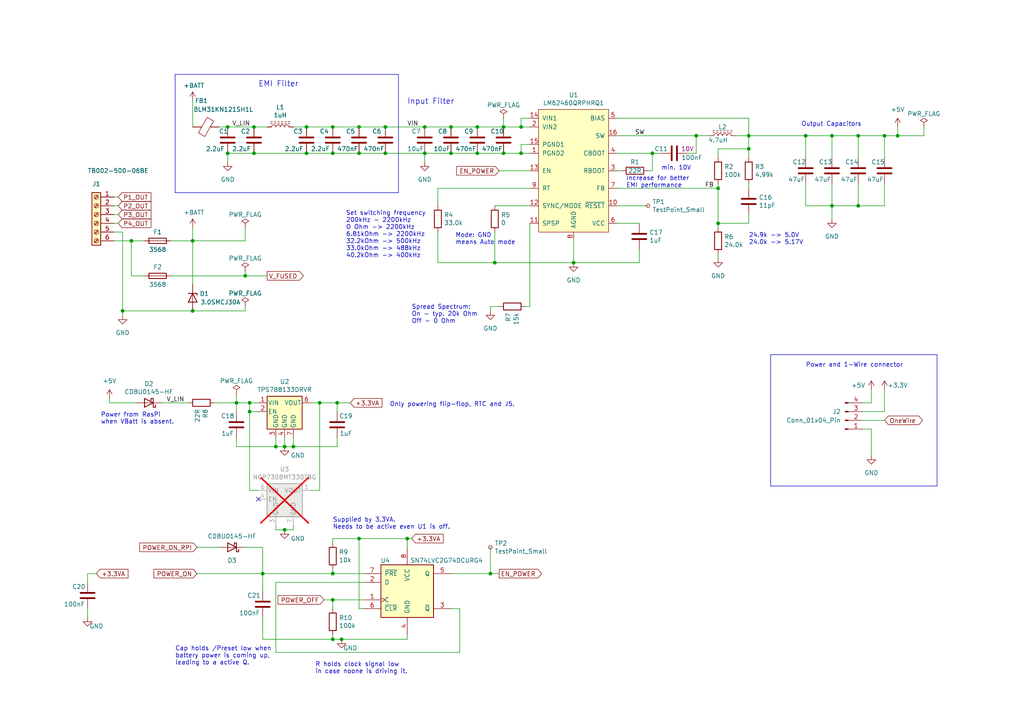
<source format=kicad_sch>
(kicad_sch (version 20231120) (generator "eeschema") (generator_version "8.0")
  (paper "A4")
  (title_block (date "2020-05-11") (rev "1.0") (company "Schilling Engineering"))
  (lib_symbols
    (symbol "+5V_1" (power) (pin_names (offset 0))
      (property "Value" "+5V_1" (at 0 3.556 0))
      (symbol "+5V_1_0_1"
        (polyline (pts (xy -0.762 1.27) (xy 0 2.54)))
        (polyline (pts (xy 0 0) (xy 0 2.54)))
        (polyline (pts (xy 0 2.54) (xy 0.762 1.27)))
      )
      (symbol "+5V_1_1_1"
        (pin power_in line (at 0 0 90) (length 0) hide (name "+5V") (number "1"))
      )
    )
    (symbol "+BATT_1" (power) (pin_names (offset 0))
      (property "Value" "+BATT_1" (at 0 3.556 0))
      (symbol "+BATT_1_0_1"
        (polyline (pts (xy -0.762 1.27) (xy 0 2.54)))
        (polyline (pts (xy 0 0) (xy 0 2.54)))
        (polyline (pts (xy 0 2.54) (xy 0.762 1.27)))
      )
      (symbol "+BATT_1_1_1"
        (pin power_in line (at 0 0 90) (length 0) hide (name "+BATT") (number "1"))
      )
    )
    (symbol "74xGxx:74LVC2G74" (pin_names (offset 1.016))
      (property "Reference" "U" (at -5.08 10.16 0))
      (property "Value" "74LVC2G74" (at 10.16 -10.16 0))
      (symbol "74LVC2G74_0_1"
        (rectangle (start -7.62 7.62) (end 7.62 -7.62) (stroke (width 0.254)) (fill (type background)))
      )
      (symbol "74LVC2G74_1_1"
        (pin input clock (at -12.7 -2.54 0) (length 5.08) (name "C") (number "1"))
        (pin input line (at -12.7 2.54 0) (length 5.08) (name "D") (number "2"))
        (pin output line (at 12.7 -5.08 180) (length 5.08) (name "~{Q}") (number "3"))
        (pin power_in line (at 0 -12.7 90) (length 5.08) (name "GND") (number "4"))
        (pin output line (at 12.7 5.08 180) (length 5.08) (name "Q") (number "5"))
        (pin input line (at -12.7 -5.08 0) (length 5.08) (name "~{CLR}") (number "6"))
        (pin input line (at -12.7 5.08 0) (length 5.08) (name "~{PRE}") (number "7"))
        (pin power_in line (at 0 12.7 270) (length 5.08) (name "VCC") (number "8"))
      )
    )
    (symbol "Connector:Conn_01x04_Pin" (pin_names (offset 1.016) hide)
      (property "Reference" "J" (at 0 5.08 0))
      (property "Value" "Conn_01x04_Pin" (at 0 -7.62 0))
      (symbol "Conn_01x04_Pin_1_1"
        (polyline (pts (xy 1.27 -5.08) (xy 0.8636 -5.08)) (stroke (width 0.1524)))
        (polyline (pts (xy 1.27 -2.54) (xy 0.8636 -2.54)) (stroke (width 0.1524)))
        (polyline (pts (xy 1.27 0) (xy 0.8636 0)) (stroke (width 0.1524)))
        (polyline (pts (xy 1.27 2.54) (xy 0.8636 2.54)) (stroke (width 0.1524)))
        (rectangle (start 0.8636 -4.953) (end 0 -5.207) (stroke (width 0.1524)) (fill (type outline)))
        (rectangle (start 0.8636 -2.413) (end 0 -2.667) (stroke (width 0.1524)) (fill (type outline)))
        (rectangle (start 0.8636 0.127) (end 0 -0.127) (stroke (width 0.1524)) (fill (type outline)))
        (rectangle (start 0.8636 2.667) (end 0 2.413) (stroke (width 0.1524)) (fill (type outline)))
        (pin passive line (at 5.08 2.54 180) (length 3.81) (name "Pin_1") (number "1"))
        (pin passive line (at 5.08 0 180) (length 3.81) (name "Pin_2") (number "2"))
        (pin passive line (at 5.08 -2.54 180) (length 3.81) (name "Pin_3") (number "3"))
        (pin passive line (at 5.08 -5.08 180) (length 3.81) (name "Pin_4") (number "4"))
      )
    )
    (symbol "Connector:Screw_Terminal_01x06" (pin_names (offset 1.016) hide)
      (property "Reference" "J" (at 0 7.62 0))
      (property "Value" "Screw_Terminal_01x06" (at 0 -10.16 0))
      (symbol "Screw_Terminal_01x06_1_1"
        (rectangle (start -1.27 6.35) (end 1.27 -8.89) (stroke (width 0.254)) (fill (type background)))
        (circle (center 0 -7.62) (radius 0.635) (stroke (width 0.1524)))
        (circle (center 0 -5.08) (radius 0.635) (stroke (width 0.1524)))
        (circle (center 0 -2.54) (radius 0.635) (stroke (width 0.1524)))
        (polyline (pts (xy -0.5334 -7.2898) (xy 0.3302 -8.128)) (stroke (width 0.1524)))
        (polyline (pts (xy -0.5334 -4.7498) (xy 0.3302 -5.588)) (stroke (width 0.1524)))
        (polyline (pts (xy -0.5334 -2.2098) (xy 0.3302 -3.048)) (stroke (width 0.1524)))
        (polyline (pts (xy -0.5334 0.3302) (xy 0.3302 -0.508)) (stroke (width 0.1524)))
        (polyline (pts (xy -0.5334 2.8702) (xy 0.3302 2.032)) (stroke (width 0.1524)))
        (polyline (pts (xy -0.5334 5.4102) (xy 0.3302 4.572)) (stroke (width 0.1524)))
        (polyline (pts (xy -0.3556 -7.112) (xy 0.508 -7.9502)) (stroke (width 0.1524)))
        (polyline (pts (xy -0.3556 -4.572) (xy 0.508 -5.4102)) (stroke (width 0.1524)))
        (polyline (pts (xy -0.3556 -2.032) (xy 0.508 -2.8702)) (stroke (width 0.1524)))
        (polyline (pts (xy -0.3556 0.508) (xy 0.508 -0.3302)) (stroke (width 0.1524)))
        (polyline (pts (xy -0.3556 3.048) (xy 0.508 2.2098)) (stroke (width 0.1524)))
        (polyline (pts (xy -0.3556 5.588) (xy 0.508 4.7498)) (stroke (width 0.1524)))
        (circle (center 0 0) (radius 0.635) (stroke (width 0.1524)))
        (circle (center 0 2.54) (radius 0.635) (stroke (width 0.1524)))
        (circle (center 0 5.08) (radius 0.635) (stroke (width 0.1524)))
        (pin passive line (at -5.08 5.08 0) (length 3.81) (name "Pin_1") (number "1"))
        (pin passive line (at -5.08 2.54 0) (length 3.81) (name "Pin_2") (number "2"))
        (pin passive line (at -5.08 0 0) (length 3.81) (name "Pin_3") (number "3"))
        (pin passive line (at -5.08 -2.54 0) (length 3.81) (name "Pin_4") (number "4"))
        (pin passive line (at -5.08 -5.08 0) (length 3.81) (name "Pin_5") (number "5"))
        (pin passive line (at -5.08 -7.62 0) (length 3.81) (name "Pin_6") (number "6"))
      )
    )
    (symbol "Connector:TestPoint_Small" (pin_numbers hide) (pin_names (offset 0.762) hide)
      (property "Reference" "TP" (at 0 3.81 0))
      (property "Value" "TestPoint_Small" (at 0 2.032 0))
      (symbol "TestPoint_Small_0_1"
        (circle (center 0 0) (radius 0.508))
      )
      (symbol "TestPoint_Small_1_1"
        (pin passive line (at 0 0 90) (length 0) (name "1") (number "1"))
      )
    )
    (symbol "Device:C" (pin_numbers hide) (pin_names (offset 0.254))
      (property "Reference" "C" (at 0.635 2.54 0))
      (property "Value" "C" (at 0.635 -2.54 0))
      (symbol "C_0_1"
        (polyline (pts (xy -2.032 -0.762) (xy 2.032 -0.762)) (stroke (width 0.508)))
        (polyline (pts (xy -2.032 0.762) (xy 2.032 0.762)) (stroke (width 0.508)))
      )
      (symbol "C_1_1"
        (pin passive line (at 0 3.81 270) (length 2.794) (name "~") (number "1"))
        (pin passive line (at 0 -3.81 90) (length 2.794) (name "~") (number "2"))
      )
    )
    (symbol "Device:D_Zener" (pin_numbers hide) (pin_names (offset 1.016) hide)
      (property "Reference" "D" (at 0 2.54 0))
      (property "Value" "D_Zener" (at 0 -2.54 0))
      (symbol "D_Zener_0_1"
        (polyline (pts (xy 1.27 0) (xy -1.27 0)))
        (polyline (pts (xy -1.27 -1.27) (xy -1.27 1.27) (xy -0.762 1.27)) (stroke (width 0.254)))
        (polyline (pts (xy 1.27 -1.27) (xy 1.27 1.27) (xy -1.27 0) (xy 1.27 -1.27)) (stroke (width 0.254)))
      )
      (symbol "D_Zener_1_1"
        (pin passive line (at -3.81 0 0) (length 2.54) (name "K") (number "1"))
        (pin passive line (at 3.81 0 180) (length 2.54) (name "A") (number "2"))
      )
    )
    (symbol "Device:Fuse" (pin_numbers hide) (pin_names (offset 0))
      (property "Reference" "F" (at 2.032 0 90))
      (property "Value" "Fuse" (at -1.905 0 90))
      (symbol "Fuse_0_1"
        (rectangle (start -0.762 -2.54) (end 0.762 2.54) (stroke (width 0.254)))
        (polyline (pts (xy 0 2.54) (xy 0 -2.54)))
      )
      (symbol "Fuse_1_1"
        (pin passive line (at 0 3.81 270) (length 1.27) (name "~") (number "1"))
        (pin passive line (at 0 -3.81 90) (length 1.27) (name "~") (number "2"))
      )
    )
    (symbol "Device:R" (pin_numbers hide) (pin_names (offset 0))
      (property "Reference" "R" (at 2.032 0 90))
      (property "Value" "R" (at 0 0 90))
      (symbol "R_0_1"
        (rectangle (start -1.016 -2.54) (end 1.016 2.54) (stroke (width 0.254)))
      )
      (symbol "R_1_1"
        (pin passive line (at 0 3.81 270) (length 1.27) (name "~") (number "1"))
        (pin passive line (at 0 -3.81 90) (length 1.27) (name "~") (number "2"))
      )
    )
    (symbol "Diode:1N6263" (pin_numbers hide) (pin_names (offset 1.016) hide)
      (property "Reference" "D" (at 0 2.54 0))
      (property "Value" "1N6263" (at 0 -2.54 0))
      (symbol "1N6263_0_1"
        (polyline (pts (xy 1.27 0) (xy -1.27 0)))
        (polyline (pts (xy 1.27 1.27) (xy 1.27 -1.27) (xy -1.27 0) (xy 1.27 1.27)) (stroke (width 0.254)))
        (polyline (pts (xy -1.905 0.635) (xy -1.905 1.27) (xy -1.27 1.27) (xy -1.27 -1.27) (xy -0.635 -1.27) (xy -0.635 -0.635)) (stroke (width 0.254)))
      )
      (symbol "1N6263_1_1"
        (pin passive line (at -3.81 0 0) (length 2.54) (name "K") (number "1"))
        (pin passive line (at 3.81 0 180) (length 2.54) (name "A") (number "2"))
      )
    )
    (symbol "GND_1" (power) (pin_names (offset 0))
      (property "Value" "GND_1" (at 0 -3.81 0))
      (symbol "GND_1_0_1"
        (polyline (pts (xy 0 0) (xy 0 -1.27) (xy 1.27 -1.27) (xy 0 -2.54) (xy -1.27 -1.27) (xy 0 -1.27)))
      )
      (symbol "GND_1_1_1"
        (pin power_in line (at 0 0 270) (length 0) hide (name "GND") (number "1"))
      )
    )
    (symbol "L_Core_Ferrite-Device_1" (pin_numbers hide) (pin_names (offset 1.016) hide)
      (property "Reference" "L" (at -1.27 0 90))
      (property "Value" "L_Core_Ferrite-Device" (at 2.794 0 90))
      (symbol "L_Core_Ferrite-Device_1_0_1"
        (arc (start 0 -2.54) (mid 0.6323 -1.905) (end 0 -1.27))
        (arc (start 0 -1.27) (mid 0.6323 -0.635) (end 0 0))
        (polyline (pts (xy 1.016 -2.794) (xy 1.016 -2.286)))
        (polyline (pts (xy 1.016 -1.778) (xy 1.016 -1.27)))
        (polyline (pts (xy 1.016 -0.762) (xy 1.016 -0.254)))
        (polyline (pts (xy 1.016 0.254) (xy 1.016 0.762)))
        (polyline (pts (xy 1.016 1.27) (xy 1.016 1.778)))
        (polyline (pts (xy 1.016 2.286) (xy 1.016 2.794)))
        (polyline (pts (xy 1.524 -2.286) (xy 1.524 -2.794)))
        (polyline (pts (xy 1.524 -1.27) (xy 1.524 -1.778)))
        (polyline (pts (xy 1.524 -0.254) (xy 1.524 -0.762)))
        (polyline (pts (xy 1.524 0.762) (xy 1.524 0.254)))
        (polyline (pts (xy 1.524 1.778) (xy 1.524 1.27)))
        (polyline (pts (xy 1.524 2.794) (xy 1.524 2.286)))
        (arc (start 0 0) (mid 0.6323 0.635) (end 0 1.27))
        (arc (start 0 1.27) (mid 0.6323 1.905) (end 0 2.54))
      )
      (symbol "L_Core_Ferrite-Device_1_1_1"
        (pin passive line (at 0 3.81 270) (length 1.27) (name "1") (number "1"))
        (pin passive line (at 0 -3.81 90) (length 1.27) (name "2") (number "2"))
      )
    )
    (symbol "NavHAT-rescue:Ferrite_Bead-Device" (pin_numbers hide) (pin_names (offset 0))
      (property "Reference" "FB" (at -3.81 0.635 90))
      (property "Value" "Ferrite_Bead-Device" (at 3.81 0 90))
      (symbol "Ferrite_Bead-Device_0_1"
        (polyline (pts (xy 0 -1.27) (xy 0 -1.2192)))
        (polyline (pts (xy 0 1.27) (xy 0 1.2954)))
        (polyline (pts (xy -2.7686 0.4064) (xy -1.7018 2.2606) (xy 2.7686 -0.3048) (xy 1.6764 -2.159) (xy -2.7686 0.4064)))
      )
      (symbol "Ferrite_Bead-Device_1_1"
        (pin passive line (at 0 3.81 270) (length 2.54) (name "~") (number "1"))
        (pin passive line (at 0 -3.81 90) (length 2.54) (name "~") (number "2"))
      )
    )
    (symbol "NavHAT-rescue:L_Core_Ferrite-Device" (pin_numbers hide) (pin_names (offset 1.016) hide)
      (property "Reference" "L" (at -1.27 0 90))
      (property "Value" "L_Core_Ferrite-Device" (at 2.794 0 90))
      (symbol "L_Core_Ferrite-Device_0_1"
        (arc (start 0 -2.54) (mid 0.6323 -1.905) (end 0 -1.27))
        (arc (start 0 -1.27) (mid 0.6323 -0.635) (end 0 0))
        (polyline (pts (xy 1.016 -2.794) (xy 1.016 -2.286)))
        (polyline (pts (xy 1.016 -1.778) (xy 1.016 -1.27)))
        (polyline (pts (xy 1.016 -0.762) (xy 1.016 -0.254)))
        (polyline (pts (xy 1.016 0.254) (xy 1.016 0.762)))
        (polyline (pts (xy 1.016 1.27) (xy 1.016 1.778)))
        (polyline (pts (xy 1.016 2.286) (xy 1.016 2.794)))
        (polyline (pts (xy 1.524 -2.286) (xy 1.524 -2.794)))
        (polyline (pts (xy 1.524 -1.27) (xy 1.524 -1.778)))
        (polyline (pts (xy 1.524 -0.254) (xy 1.524 -0.762)))
        (polyline (pts (xy 1.524 0.762) (xy 1.524 0.254)))
        (polyline (pts (xy 1.524 1.778) (xy 1.524 1.27)))
        (polyline (pts (xy 1.524 2.794) (xy 1.524 2.286)))
        (arc (start 0 0) (mid 0.6323 0.635) (end 0 1.27))
        (arc (start 0 1.27) (mid 0.6323 1.905) (end 0 2.54))
      )
      (symbol "L_Core_Ferrite-Device_1_1"
        (pin passive line (at 0 3.81 270) (length 1.27) (name "1") (number "1"))
        (pin passive line (at 0 -3.81 90) (length 1.27) (name "2") (number "2"))
      )
    )
    (symbol "NavHAT-rescue:NCP730BMT330TBG" (pin_names (offset 0.254))
      (property "Reference" "U" (at -3.81 5.715 0))
      (property "Value" "NCP730BMT330TBG" (at 0 5.715 0))
      (symbol "NCP730BMT330TBG_0_1"
        (rectangle (start -5.08 4.445) (end 5.08 -5.08) (stroke (width 0.254)) (fill (type background)))
      )
      (symbol "NCP730BMT330TBG_1_1"
        (pin power_out line (at 7.62 2.54 180) (length 2.54) (name "VOUT") (number "1"))
        (pin no_connect line (at 7.62 -2.54 180) (length 2.54) hide (name "NC") (number "2"))
        (pin power_in line (at -2.54 -7.62 90) (length 2.54) (name "GND") (number "3"))
        (pin input line (at -7.62 0 0) (length 2.54) (name "EN") (number "4"))
        (pin no_connect line (at 7.62 0 180) (length 2.54) hide (name "NC") (number "5"))
        (pin power_in line (at -7.62 2.54 0) (length 2.54) (name "VIN") (number "6"))
        (pin power_in line (at 2.54 -7.62 90) (length 2.54) (name "GND") (number "7"))
      )
    )
    (symbol "NavHAT-rescue:TPS7B81" (pin_names (offset 0.254))
      (property "Reference" "U" (at -3.81 5.715 0))
      (property "Value" "TPS7B81" (at 0 5.715 0))
      (symbol "TPS7B81_0_1"
        (rectangle (start -5.08 4.445) (end 5.08 -5.08) (stroke (width 0.254)) (fill (type background)))
      )
      (symbol "TPS7B81_1_1"
        (pin power_in line (at -7.62 2.54 0) (length 2.54) (name "VIN") (number "1"))
        (pin input line (at -7.62 0 0) (length 2.54) (name "EN") (number "2"))
        (pin power_in line (at -2.54 -7.62 90) (length 2.54) (name "GND") (number "3"))
        (pin power_in line (at 0 -7.62 90) (length 2.54) (name "GND") (number "4"))
        (pin no_connect line (at 7.62 0 180) (length 2.54) hide (name "NC") (number "5"))
        (pin power_out line (at 7.62 2.54 180) (length 2.54) (name "VOUT") (number "6"))
        (pin power_in line (at 2.54 -7.62 90) (length 2.54) (name "GND") (number "7"))
      )
    )
    (symbol "lm61460:LM62460" (pin_names (offset 1.016))
      (property "Reference" "U" (at -8.89 19.05 0))
      (property "Value" "LM62460" (at 5.08 19.05 0))
      (symbol "LM62460_0_1"
        (rectangle (start -10.16 17.78) (end 10.16 -17.78) (fill (type background)))
      )
      (symbol "LM62460_1_1"
        (pin power_in line (at -12.7 5.08 0) (length 2.54) (name "PGND2") (number "1"))
        (pin open_collector line (at 12.7 -10.16 180) (length 2.54) (name "~{RESET}") (number "10"))
        (pin input line (at -12.7 -15.24 0) (length 2.54) (name "SPSP") (number "11"))
        (pin input line (at -12.7 -10.16 0) (length 2.54) (name "SYNC/MODE") (number "12"))
        (pin input line (at -12.7 0 0) (length 2.54) (name "EN") (number "13"))
        (pin power_in line (at -12.7 15.24 0) (length 2.54) (name "VIN1") (number "14"))
        (pin power_in line (at -12.7 7.62 0) (length 2.54) (name "PGND1") (number "15"))
        (pin output line (at 12.7 10.16 180) (length 2.54) (name "SW") (number "16"))
        (pin power_in line (at -12.7 12.7 0) (length 2.54) (name "VIN2") (number "2"))
        (pin bidirectional line (at 12.7 0 180) (length 2.54) (name "RBOOT") (number "3"))
        (pin bidirectional line (at 12.7 5.08 180) (length 2.54) (name "CBOOT") (number "4"))
        (pin power_in line (at 12.7 15.24 180) (length 2.54) (name "BIAS") (number "5"))
        (pin power_out line (at 12.7 -15.24 180) (length 2.54) (name "VCC") (number "6"))
        (pin input line (at 12.7 -5.08 180) (length 2.54) (name "FB") (number "7"))
        (pin power_in line (at 0 -20.32 90) (length 2.54) (name "AGND") (number "8"))
        (pin input line (at -12.7 -5.08 0) (length 2.54) (name "RT") (number "9"))
      )
    )
    (symbol "power:+3.3V" (power) (pin_names (offset 0))
      (property "Value" "+3.3V" (at 0 3.556 0))
      (symbol "+3.3V_0_1"
        (polyline (pts (xy -0.762 1.27) (xy 0 2.54)))
        (polyline (pts (xy 0 0) (xy 0 2.54)))
        (polyline (pts (xy 0 2.54) (xy 0.762 1.27)))
      )
      (symbol "+3.3V_1_1"
        (pin power_in line (at 0 0 90) (length 0) hide (name "+3.3V") (number "1"))
      )
    )
    (symbol "power:+BATT" (power) (pin_names (offset 0))
      (property "Value" "+BATT" (at 0 3.556 0))
      (symbol "+BATT_0_1"
        (polyline (pts (xy -0.762 1.27) (xy 0 2.54)))
        (polyline (pts (xy 0 0) (xy 0 2.54)))
        (polyline (pts (xy 0 2.54) (xy 0.762 1.27)))
      )
      (symbol "+BATT_1_1"
        (pin power_in line (at 0 0 90) (length 0) hide (name "+BATT") (number "1"))
      )
    )
    (symbol "power:PWR_FLAG" (power) (pin_numbers hide) (pin_names (offset 0) hide)
      (property "Value" "PWR_FLAG" (at 0 3.81 0))
      (symbol "PWR_FLAG_0_0"
        (pin power_out line (at 0 0 90) (length 0) (name "pwr") (number "1"))
      )
      (symbol "PWR_FLAG_0_1"
        (polyline (pts (xy 0 0) (xy 0 1.27) (xy -1.016 1.905) (xy 0 2.54) (xy 1.016 1.905) (xy 0 1.27)))
      )
    )
  )
  (junction (at 96.52 44.45))
  (junction (at 73.66 44.45))
  (junction (at 76.2 166.37))
  (junction (at 99.06 185.42))
  (junction (at 104.14 44.45))
  (junction (at 96.52 185.42))
  (junction (at 123.19 36.83))
  (junction (at 72.39 119.38))
  (junction (at 201.93 39.37))
  (junction (at 151.13 36.83))
  (junction (at 143.51 76.2))
  (junction (at 66.04 36.83))
  (junction (at 118.11 156.21))
  (junction (at 38.1 69.85))
  (junction (at 146.05 36.83))
  (junction (at 66.04 44.45))
  (junction (at 96.52 166.37))
  (junction (at 80.01 129.54))
  (junction (at 189.23 44.45))
  (junction (at 217.17 43.18))
  (junction (at 55.88 69.85))
  (junction (at 97.79 116.84))
  (junction (at 111.76 36.83))
  (junction (at 72.39 116.84))
  (junction (at 68.58 116.84))
  (junction (at 71.12 80.01))
  (junction (at 85.09 129.54))
  (junction (at 248.92 59.69))
  (junction (at 208.28 64.77))
  (junction (at 73.66 36.83))
  (junction (at 130.81 44.45))
  (junction (at 88.9 36.83))
  (junction (at 138.43 36.83))
  (junction (at 142.24 166.37))
  (junction (at 241.3 39.37))
  (junction (at 104.14 156.21))
  (junction (at 151.13 44.45))
  (junction (at 256.54 39.37))
  (junction (at 35.56 90.17))
  (junction (at 92.71 116.84))
  (junction (at 96.52 36.83))
  (junction (at 208.28 54.61))
  (junction (at 138.43 44.45))
  (junction (at 104.14 36.83))
  (junction (at 82.55 129.54))
  (junction (at 88.9 44.45))
  (junction (at 241.3 59.69))
  (junction (at 55.88 90.17))
  (junction (at 260.35 39.37))
  (junction (at 248.92 39.37))
  (junction (at 82.55 153.67))
  (junction (at 123.19 44.45))
  (junction (at 166.37 76.2))
  (junction (at 111.76 44.45))
  (junction (at 96.52 173.99))
  (junction (at 130.81 36.83))
  (junction (at 146.05 44.45))
  (junction (at 233.68 39.37))
  (junction (at 217.17 39.37))
  (no_connect (at 74.93 144.78))
  (wire (pts (xy 256.54 45.72) (xy 256.54 39.37)))
  (wire (pts (xy 88.9 36.83) (xy 96.52 36.83)))
  (wire (pts (xy 68.58 129.54) (xy 80.01 129.54)))
  (wire (pts (xy 217.17 39.37) (xy 217.17 43.18)))
  (wire (pts (xy 143.51 76.2) (xy 127 76.2)))
  (wire (pts (xy 143.51 67.31) (xy 143.51 76.2)))
  (wire (pts (xy 248.92 39.37) (xy 248.92 45.72)))
  (wire (pts (xy 55.88 29.21) (xy 55.88 36.83)))
  (wire (pts (xy 267.97 36.83) (xy 267.97 39.37)))
  (wire (pts (xy 250.19 116.84) (xy 252.73 116.84)))
  (wire (pts (xy 92.71 116.84) (xy 92.71 142.24)))
  (wire (pts (xy 138.43 36.83) (xy 146.05 36.83)))
  (wire (pts (xy 241.3 59.69) (xy 241.3 53.34)))
  (wire (pts (xy 72.39 142.24) (xy 74.93 142.24)))
  (wire (pts (xy 72.39 116.84) (xy 72.39 119.38)))
  (wire (pts (xy 33.02 64.77) (xy 34.29 64.77)))
  (wire (pts (xy 217.17 39.37) (xy 233.68 39.37)))
  (wire (pts (xy 143.51 59.69) (xy 153.67 59.69)))
  (wire (pts (xy 97.79 129.54) (xy 85.09 129.54)))
  (wire (pts (xy 201.93 44.45) (xy 201.93 39.37)))
  (wire (pts (xy 76.2 166.37) (xy 96.52 166.37)))
  (wire (pts (xy 66.04 46.99) (xy 66.04 44.45)))
  (wire (pts (xy 96.52 176.53) (xy 96.52 173.99)))
  (wire (pts (xy 233.68 53.34) (xy 233.68 59.69)))
  (wire (pts (xy 248.92 59.69) (xy 241.3 59.69)))
  (wire (pts (xy 73.66 36.83) (xy 77.47 36.83)))
  (wire (pts (xy 80.01 168.91) (xy 105.41 168.91)))
  (wire (pts (xy 250.19 121.92) (xy 256.54 121.92)))
  (wire (pts (xy 241.3 63.5) (xy 241.3 59.69)))
  (wire (pts (xy 111.76 44.45) (xy 123.19 44.45)))
  (wire (pts (xy 123.19 36.83) (xy 130.81 36.83)))
  (wire (pts (xy 33.02 59.69) (xy 34.29 59.69)))
  (wire (pts (xy 104.14 176.53) (xy 104.14 156.21)))
  (wire (pts (xy 260.35 36.83) (xy 260.35 39.37)))
  (wire (pts (xy 241.3 39.37) (xy 248.92 39.37)))
  (wire (pts (xy 233.68 39.37) (xy 241.3 39.37)))
  (wire (pts (xy 252.73 113.03) (xy 252.73 116.84)))
  (wire (pts (xy 57.15 166.37) (xy 76.2 166.37)))
  (wire (pts (xy 166.37 76.2) (xy 185.42 76.2)))
  (wire (pts (xy 187.96 49.53) (xy 189.23 49.53)))
  (wire (pts (xy 217.17 43.18) (xy 217.17 45.72)))
  (wire (pts (xy 151.13 41.91) (xy 151.13 44.45)))
  (wire (pts (xy 76.2 158.75) (xy 76.2 166.37)))
  (wire (pts (xy 80.01 153.67) (xy 82.55 153.67)))
  (wire (pts (xy 96.52 166.37) (xy 105.41 166.37)))
  (wire (pts (xy 80.01 127) (xy 80.01 129.54)))
  (wire (pts (xy 90.17 116.84) (xy 92.71 116.84)))
  (wire (pts (xy 55.88 90.17) (xy 35.56 90.17)))
  (wire (pts (xy 33.02 62.23) (xy 34.29 62.23)))
  (wire (pts (xy 96.52 184.15) (xy 96.52 185.42)))
  (wire (pts (xy 71.12 90.17) (xy 55.88 90.17)))
  (wire (pts (xy 118.11 185.42) (xy 118.11 184.15)))
  (wire (pts (xy 142.24 158.75) (xy 142.24 166.37)))
  (wire (pts (xy 153.67 64.77) (xy 153.67 88.9)))
  (wire (pts (xy 85.09 153.67) (xy 85.09 152.4)))
  (wire (pts (xy 55.88 82.55) (xy 55.88 69.85)))
  (wire (pts (xy 68.58 127) (xy 68.58 129.54)))
  (wire (pts (xy 179.07 64.77) (xy 185.42 64.77)))
  (wire (pts (xy 80.01 129.54) (xy 82.55 129.54)))
  (wire (pts (xy 66.04 36.83) (xy 73.66 36.83)))
  (wire (pts (xy 104.14 36.83) (xy 111.76 36.83)))
  (wire (pts (xy 68.58 114.3) (xy 68.58 116.84)))
  (wire (pts (xy 73.66 44.45) (xy 66.04 44.45)))
  (wire (pts (xy 146.05 36.83) (xy 151.13 36.83)))
  (wire (pts (xy 146.05 34.29) (xy 146.05 36.83)))
  (wire (pts (xy 57.15 158.75) (xy 63.5 158.75)))
  (wire (pts (xy 104.14 44.45) (xy 96.52 44.45)))
  (wire (pts (xy 96.52 156.21) (xy 104.14 156.21)))
  (wire (pts (xy 208.28 43.18) (xy 217.17 43.18)))
  (wire (pts (xy 71.12 66.04) (xy 71.12 69.85)))
  (wire (pts (xy 35.56 91.44) (xy 35.56 90.17)))
  (wire (pts (xy 96.52 185.42) (xy 99.06 185.42)))
  (wire (pts (xy 82.55 153.67) (xy 85.09 153.67)))
  (wire (pts (xy 217.17 64.77) (xy 208.28 64.77)))
  (wire (pts (xy 151.13 36.83) (xy 153.67 36.83)))
  (wire (pts (xy 104.14 156.21) (xy 118.11 156.21)))
  (wire (pts (xy 250.19 119.38) (xy 256.54 119.38)))
  (wire (pts (xy 96.52 44.45) (xy 88.9 44.45)))
  (wire (pts (xy 252.73 132.08) (xy 252.73 124.46)))
  (wire (pts (xy 49.53 80.01) (xy 71.12 80.01)))
  (wire (pts (xy 62.23 116.84) (xy 68.58 116.84)))
  (wire (pts (xy 208.28 54.61) (xy 208.28 64.77)))
  (wire (pts (xy 189.23 44.45) (xy 191.77 44.45)))
  (wire (pts (xy 88.9 44.45) (xy 73.66 44.45)))
  (wire (pts (xy 33.02 69.85) (xy 38.1 69.85)))
  (wire (pts (xy 144.78 88.9) (xy 142.24 88.9)))
  (wire (pts (xy 92.71 116.84) (xy 97.79 116.84)))
  (wire (pts (xy 179.07 34.29) (xy 217.17 34.29)))
  (wire (pts (xy 123.19 46.99) (xy 123.19 44.45)))
  (wire (pts (xy 38.1 69.85) (xy 41.91 69.85)))
  (wire (pts (xy 123.19 44.45) (xy 130.81 44.45)))
  (wire (pts (xy 97.79 116.84) (xy 97.79 119.38)))
  (wire (pts (xy 217.17 53.34) (xy 217.17 54.61)))
  (wire (pts (xy 189.23 49.53) (xy 189.23 44.45)))
  (wire (pts (xy 96.52 36.83) (xy 104.14 36.83)))
  (wire (pts (xy 72.39 119.38) (xy 72.39 142.24)))
  (wire (pts (xy 217.17 34.29) (xy 217.17 39.37)))
  (wire (pts (xy 166.37 76.2) (xy 143.51 76.2)))
  (wire (pts (xy 233.68 45.72) (xy 233.68 39.37)))
  (wire (pts (xy 151.13 44.45) (xy 153.67 44.45)))
  (wire (pts (xy 248.92 39.37) (xy 256.54 39.37)))
  (wire (pts (xy 99.06 185.42) (xy 118.11 185.42)))
  (wire (pts (xy 133.35 189.23) (xy 133.35 176.53)))
  (wire (pts (xy 217.17 62.23) (xy 217.17 64.77)))
  (wire (pts (xy 153.67 34.29) (xy 151.13 34.29)))
  (wire (pts (xy 96.52 165.1) (xy 96.52 166.37)))
  (wire (pts (xy 76.2 179.07) (xy 76.2 185.42)))
  (wire (pts (xy 38.1 69.85) (xy 38.1 80.01)))
  (wire (pts (xy 133.35 176.53) (xy 130.81 176.53)))
  (wire (pts (xy 208.28 54.61) (xy 208.28 53.34)))
  (wire (pts (xy 25.4 176.53) (xy 25.4 179.07)))
  (wire (pts (xy 25.4 168.91) (xy 25.4 166.37)))
  (wire (pts (xy 130.81 166.37) (xy 142.24 166.37)))
  (wire (pts (xy 201.93 39.37) (xy 205.74 39.37)))
  (wire (pts (xy 49.53 69.85) (xy 55.88 69.85)))
  (wire (pts (xy 38.1 80.01) (xy 41.91 80.01)))
  (wire (pts (xy 166.37 69.85) (xy 166.37 76.2)))
  (wire (pts (xy 208.28 64.77) (xy 208.28 66.04)))
  (wire (pts (xy 233.68 59.69) (xy 241.3 59.69)))
  (wire (pts (xy 74.93 116.84) (xy 72.39 116.84)))
  (wire (pts (xy 189.23 44.45) (xy 179.07 44.45)))
  (wire (pts (xy 111.76 36.83) (xy 123.19 36.83)))
  (wire (pts (xy 92.71 142.24) (xy 90.17 142.24)))
  (wire (pts (xy 105.41 176.53) (xy 104.14 176.53)))
  (wire (pts (xy 68.58 119.38) (xy 68.58 116.84)))
  (wire (pts (xy 33.02 57.15) (xy 34.29 57.15)))
  (wire (pts (xy 179.07 59.69) (xy 187.96 59.69)))
  (wire (pts (xy 54.61 116.84) (xy 46.99 116.84)))
  (wire (pts (xy 97.79 116.84) (xy 101.6 116.84)))
  (wire (pts (xy 71.12 158.75) (xy 76.2 158.75)))
  (polyline (pts (xy 115.57 21.59) (xy 50.8 21.59)))
  (wire (pts (xy 256.54 53.34) (xy 256.54 59.69)))
  (wire (pts (xy 96.52 173.99) (xy 105.41 173.99)))
  (wire (pts (xy 35.56 67.31) (xy 33.02 67.31)))
  (wire (pts (xy 256.54 119.38) (xy 256.54 113.03)))
  (wire (pts (xy 267.97 39.37) (xy 260.35 39.37)))
  (wire (pts (xy 260.35 39.37) (xy 256.54 39.37)))
  (wire (pts (xy 130.81 44.45) (xy 138.43 44.45)))
  (wire (pts (xy 71.12 80.01) (xy 77.47 80.01)))
  (wire (pts (xy 256.54 59.69) (xy 248.92 59.69)))
  (wire (pts (xy 71.12 69.85) (xy 55.88 69.85)))
  (wire (pts (xy 153.67 54.61) (xy 127 54.61)))
  (wire (pts (xy 144.78 49.53) (xy 153.67 49.53)))
  (wire (pts (xy 76.2 185.42) (xy 96.52 185.42)))
  (polyline (pts (xy 50.8 55.88) (xy 115.57 55.88)))
  (wire (pts (xy 201.93 44.45) (xy 199.39 44.45)))
  (wire (pts (xy 97.79 127) (xy 97.79 129.54)))
  (wire (pts (xy 82.55 129.54) (xy 85.09 129.54)))
  (wire (pts (xy 208.28 45.72) (xy 208.28 43.18)))
  (wire (pts (xy 31.75 116.84) (xy 39.37 116.84)))
  (wire (pts (xy 55.88 66.04) (xy 55.88 69.85)))
  (wire (pts (xy 146.05 44.45) (xy 151.13 44.45)))
  (wire (pts (xy 85.09 127) (xy 85.09 129.54)))
  (wire (pts (xy 85.09 36.83) (xy 88.9 36.83)))
  (wire (pts (xy 179.07 39.37) (xy 201.93 39.37)))
  (wire (pts (xy 76.2 166.37) (xy 76.2 171.45)))
  (wire (pts (xy 71.12 78.74) (xy 71.12 80.01)))
  (wire (pts (xy 68.58 116.84) (xy 72.39 116.84)))
  (wire (pts (xy 119.38 156.21) (xy 118.11 156.21)))
  (wire (pts (xy 208.28 74.93) (xy 208.28 73.66)))
  (wire (pts (xy 80.01 168.91) (xy 80.01 189.23)))
  (wire (pts (xy 72.39 119.38) (xy 74.93 119.38)))
  (wire (pts (xy 142.24 88.9) (xy 142.24 90.17)))
  (wire (pts (xy 31.75 115.57) (xy 31.75 116.84)))
  (polyline (pts (xy 50.8 21.59) (xy 50.8 55.88)))
  (wire (pts (xy 93.98 173.99) (xy 96.52 173.99)))
  (wire (pts (xy 151.13 34.29) (xy 151.13 36.83)))
  (wire (pts (xy 241.3 45.72) (xy 241.3 39.37)))
  (wire (pts (xy 130.81 36.83) (xy 138.43 36.83)))
  (wire (pts (xy 25.4 166.37) (xy 27.94 166.37)))
  (wire (pts (xy 82.55 127) (xy 82.55 129.54)))
  (wire (pts (xy 104.14 44.45) (xy 111.76 44.45)))
  (wire (pts (xy 142.24 166.37) (xy 144.78 166.37)))
  (wire (pts (xy 179.07 49.53) (xy 180.34 49.53)))
  (wire (pts (xy 185.42 76.2) (xy 185.42 72.39)))
  (wire (pts (xy 127 67.31) (xy 127 76.2)))
  (wire (pts (xy 213.36 39.37) (xy 217.17 39.37)))
  (wire (pts (xy 35.56 67.31) (xy 35.56 90.17)))
  (wire (pts (xy 80.01 189.23) (xy 133.35 189.23)))
  (wire (pts (xy 96.52 157.48) (xy 96.52 156.21)))
  (wire (pts (xy 118.11 156.21) (xy 118.11 158.75)))
  (wire (pts (xy 80.01 152.4) (xy 80.01 153.67)))
  (wire (pts (xy 138.43 44.45) (xy 146.05 44.45)))
  (wire (pts (xy 66.04 36.83) (xy 63.5 36.83)))
  (wire (pts (xy 248.92 53.34) (xy 248.92 59.69)))
  (wire (pts (xy 127 54.61) (xy 127 59.69)))
  (wire (pts (xy 252.73 124.46) (xy 250.19 124.46)))
  (wire (pts (xy 152.4 88.9) (xy 153.67 88.9)))
  (wire (pts (xy 153.67 41.91) (xy 151.13 41.91)))
  (wire (pts (xy 179.07 54.61) (xy 208.28 54.61)))
  (wire (pts (xy 71.12 88.9) (xy 71.12 90.17)))
  (polyline (pts (xy 115.57 21.59) (xy 115.57 55.88)))
  (rectangle (start 223.52 102.87) (end 271.78 140.97))
  (text "Increase for better\nEMI performance" (at 181.61 54.61 0) (effects (font (size 1.27 1.27)) (justify left bottom)))
  (text "Only powering flip-flop, RTC and J5." (at 113.03 118.11 0) (effects (font (size 1.27 1.27)) (justify left bottom)))
  (text "Spread Spectrum:\nOn - typ. 20k Ohm\nOff - 0 Ohm" (at 119.38 93.98 0) (effects (font (size 1.27 1.27)) (justify left bottom)))
  (text "Supplied by 3.3VA.\nNeeds to be active even U1 is off.\n" (at 96.52 153.67 0) (effects (font (size 1.27 1.27)) (justify left bottom)))
  (text "Output Capacitors\n" (at 232.41 36.83 0) (effects (font (size 1.27 1.27)) (justify left bottom)))
  (text "Power and 1-Wire connector" (at 233.68 106.68 0) (effects (font (size 1.27 1.27)) (justify left bottom)))
  (text "Input Filter" (at 118.11 30.48 0) (effects (font (size 1.6002 1.6002)) (justify left bottom)))
  (text "min. 10V" (at 191.77 49.53 0) (effects (font (size 1.27 1.27)) (justify left bottom)))
  (text "EMI Filter" (at 74.93 25.4 0) (effects (font (size 1.6002 1.6002)) (justify left bottom)))
  (text "Power from RasPi\nwhen VBatt is absent." (at 29.21 123.19 0) (effects (font (size 1.27 1.27)) (justify left bottom)))
  (text "Mode: GND\nmeans Auto mode\n" (at 132.08 71.12 0) (effects (font (size 1.27 1.27)) (justify left bottom)))
  (text "Set switching frequency\n200kHz - 2200kHz\nO Ohm -> 2200kHz\n6.81kOhm -> 2200kHz\n32.2kOhm -> 500kHz\n33.0kOhm -> 488kHz\n40.2kOhm -> 400kHz\n" (at 100.33 74.93 0) (effects (font (size 1.27 1.27)) (justify left bottom)))
  (text "\nCap holds /Preset low when\nbattery power is coming up,\nleading to a active Q." (at 50.8 193.04 0) (effects (font (size 1.27 1.27)) (justify left bottom)))
  (text "R holds clock signal low\nin case noone is driving it." (at 91.44 195.58 0) (effects (font (size 1.27 1.27)) (justify left bottom)))
  (text "24.9k -> 5.0V\n24.0k -> 5.17V" (at 217.17 71.12 0) (effects (font (size 1.27 1.27)) (justify left bottom)))
  (label "V_LIN" (at 67.31 36.83 0))
  (label "FB" (at 204.47 54.61 0))
  (label "VIN" (at 118.11 36.83 0))
  (label "V_LIN" (at 48.26 116.84 0))
  (label "SW" (at 184.15 39.37 0))
  (global_label "OneWire" (shape bidirectional) (at 256.54 121.92 0) (property "Intersheetrefs" "${INTERSHEET_REFS}" (effects (hide yes))))
  (global_label "V_FUSED" (shape output) (at 77.47 80.01 0) (property "Intersheetrefs" "${INTERSHEET_REFS}" (effects (hide yes))))
  (global_label "+3.3VA" (shape input) (at 27.94 166.37 0) (property "Intersheetrefs" "${INTERSHEET_REFS}" (effects (hide yes))))
  (global_label "EN_POWER" (shape output) (at 144.78 166.37 0) (property "Intersheetrefs" "${INTERSHEET_REFS}" (effects (hide yes))))
  (global_label "POWER_ON" (shape input) (at 57.15 166.37 180) (property "Intersheetrefs" "${INTERSHEET_REFS}" (effects (hide yes))))
  (global_label "POWER_ON_RPI" (shape input) (at 57.15 158.75 180) (property "Intersheetrefs" "${INTERSHEET_REFS}" (effects (hide yes))))
  (global_label "+3.3VA" (shape input) (at 101.6 116.84 0) (property "Intersheetrefs" "${INTERSHEET_REFS}" (effects (hide yes))))
  (global_label "P2_OUT" (shape input) (at 34.29 59.69 0) (property "Intersheetrefs" "${INTERSHEET_REFS}" (effects (hide yes))))
  (global_label "P3_OUT" (shape input) (at 34.29 62.23 0) (property "Intersheetrefs" "${INTERSHEET_REFS}" (effects (hide yes))))
  (global_label "P1_OUT" (shape input) (at 34.29 57.15 0) (property "Intersheetrefs" "${INTERSHEET_REFS}" (effects (hide yes))))
  (global_label "EN_POWER" (shape input) (at 144.78 49.53 180) (property "Intersheetrefs" "${INTERSHEET_REFS}" (effects (hide yes))))
  (global_label "P4_OUT" (shape input) (at 34.29 64.77 0) (property "Intersheetrefs" "${INTERSHEET_REFS}" (effects (hide yes))))
  (global_label "POWER_OFF" (shape input) (at 93.98 173.99 180) (property "Intersheetrefs" "${INTERSHEET_REFS}" (effects (hide yes))))
  (global_label "+3.3VA" (shape input) (at 119.38 156.21 0) (property "Intersheetrefs" "${INTERSHEET_REFS}" (effects (hide yes))))
  (symbol (lib_id "Device:C") (at 146.05 40.64 0) (unit 1)
    (property "Reference" "C10" (at 142.24 38.1 0) (effects (justify left)))
    (property "Value" "470nF" (at 139.7 43.18 0) (effects (justify left)))
    (property "Footprint" "Capacitor_SMD:C_0603_1608Metric" (effects (hide yes)))
    (property "Voltage Rating" "50V" (effects (hide yes)))
  )
  (symbol (lib_id "Device:C") (at 138.43 40.64 0) (unit 1)
    (property "Reference" "C9" (at 134.62 38.1 0) (effects (justify left)))
    (property "Value" "470nF" (at 132.08 43.18 0) (effects (justify left)))
    (property "Footprint" "Capacitor_SMD:C_0603_1608Metric" (effects (hide yes)))
    (property "Voltage Rating" "50V" (effects (hide yes)))
  )
  (symbol (lib_id "Device:R") (at 208.28 49.53 0) (unit 1)
    (property "Reference" "R2" (at 210.058 48.3616 0) (effects (justify left)))
    (property "Value" "100k" (at 210.058 50.673 0) (effects (justify left)))
    (property "Footprint" "Resistor_SMD:R_0402_1005Metric" (effects (hide yes)))
  )
  (symbol (lib_id "Device:R") (at 208.28 69.85 0) (unit 1)
    (property "Reference" "R6" (at 210.058 68.6816 0) (effects (justify left)))
    (property "Value" "24.0k" (at 210.058 70.993 0) (effects (justify left)))
    (property "Footprint" "Resistor_SMD:R_0402_1005Metric" (effects (hide yes)))
  )
  (symbol (lib_id "Device:R") (at 184.15 49.53 270) (unit 1)
    (property "Reference" "R1" (at 184.15 46.99 90))
    (property "Value" "22R" (at 184.15 49.53 90))
    (property "Footprint" "Resistor_SMD:R_0402_1005Metric" (effects (hide yes)))
  )
  (symbol (lib_id "Device:C") (at 185.42 68.58 0) (unit 1)
    (property "Reference" "C17" (at 188.341 67.4116 0) (effects (justify left)))
    (property "Value" "1uF" (at 188.341 69.723 0) (effects (justify left)))
    (property "Footprint" "Capacitor_SMD:C_0603_1608Metric" (effects (hide yes)))
  )
  (symbol (lib_id "Device:R") (at 127 63.5 0) (unit 1)
    (property "Reference" "R4" (at 128.778 62.3316 0) (effects (justify left)))
    (property "Value" "33.0k" (at 128.778 64.643 0) (effects (justify left)))
    (property "Footprint" "Resistor_SMD:R_0402_1005Metric" (effects (hide yes)))
  )
  (symbol (lib_id "Device:C") (at 233.68 49.53 0) (unit 1)
    (property "Reference" "C12" (at 229.87 46.99 0) (effects (justify left)))
    (property "Value" "47uF" (at 228.6 52.07 0) (effects (justify left)))
    (property "Footprint" "Capacitor_SMD:C_1210_3225Metric" (effects (hide yes)))
    (property "Voltage Rating" "10V" (effects (hide yes)))
  )
  (symbol (lib_id "Device:C") (at 195.58 44.45 270) (unit 1)
    (property "Reference" "C11" (at 191.77 43.18 90))
    (property "Value" "100nF" (at 200.66 45.72 90))
    (property "Footprint" "Capacitor_SMD:C_0402_1005Metric" (effects (hide yes)))
    (property "Voltage Rating" "10V" (at 199.39 43.18 90))
  )
  (symbol (lib_id "Device:R") (at 217.17 49.53 0) (unit 1)
    (property "Reference" "R3" (at 218.948 48.3616 0) (effects (justify left)))
    (property "Value" "4.99k" (at 218.948 50.673 0) (effects (justify left)))
    (property "Footprint" "Resistor_SMD:R_0402_1005Metric" (effects (hide yes)))
  )
  (symbol (lib_id "Device:C") (at 217.17 58.42 0) (unit 1)
    (property "Reference" "C16" (at 220.091 57.2516 0) (effects (justify left)))
    (property "Value" "11pF" (at 220.091 59.563 0) (effects (justify left)))
    (property "Footprint" "Capacitor_SMD:C_0402_1005Metric" (effects (hide yes)))
  )
  (symbol (lib_id "Device:C") (at 241.3 49.53 0) (unit 1)
    (property "Reference" "C13" (at 237.49 46.99 0) (effects (justify left)))
    (property "Value" "47uF" (at 236.22 52.07 0) (effects (justify left)))
    (property "Footprint" "Capacitor_SMD:C_1210_3225Metric" (effects (hide yes)))
    (property "Voltage Rating" "10V" (effects (hide yes)))
  )
  (symbol (lib_id "Device:C") (at 248.92 49.53 0) (unit 1)
    (property "Reference" "C14" (at 245.11 46.99 0) (effects (justify left)))
    (property "Value" "47uF" (at 243.84 52.07 0) (effects (justify left)))
    (property "Footprint" "Capacitor_SMD:C_1210_3225Metric" (effects (hide yes)))
    (property "Voltage Rating" "10V" (effects (hide yes)))
  )
  (symbol (lib_id "Device:C") (at 130.81 40.64 0) (unit 1)
    (property "Reference" "C8" (at 127 38.1 0) (effects (justify left)))
    (property "Value" "10uF" (at 125.73 43.18 0) (effects (justify left)))
    (property "Footprint" "Capacitor_SMD:C_1210_3225Metric" (effects (hide yes)))
    (property "Voltage Rating" "50V" (effects (hide yes)))
  )
  (symbol (lib_id "Device:C") (at 66.04 40.64 0) (unit 1)
    (property "Reference" "C1" (at 63.5 38.1 0) (effects (justify left)))
    (property "Value" "2.2uF" (at 59.69 43.18 0) (effects (justify left)))
    (property "Footprint" "Capacitor_SMD:C_1210_3225Metric" (effects (hide yes)))
    (property "Voltage Rating" "50V" (effects (hide yes)))
  )
  (symbol (lib_id "Device:C") (at 73.66 40.64 0) (unit 1)
    (property "Reference" "C2" (at 69.85 38.1 0) (effects (justify left)))
    (property "Value" "2.2uF" (at 67.31 43.18 0) (effects (justify left)))
    (property "Footprint" "Capacitor_SMD:C_1210_3225Metric" (effects (hide yes)))
    (property "Voltage Rating" "50V" (effects (hide yes)))
  )
  (symbol (lib_id "Device:C") (at 88.9 40.64 0) (unit 1)
    (property "Reference" "C3" (at 85.09 38.1 0) (effects (justify left)))
    (property "Value" "2.2uF" (at 82.55 43.18 0) (effects (justify left)))
    (property "Footprint" "Capacitor_SMD:C_1210_3225Metric" (effects (hide yes)))
    (property "Voltage Rating" "50V" (effects (hide yes)))
  )
  (symbol (lib_id "Device:C") (at 96.52 40.64 0) (unit 1)
    (property "Reference" "C4" (at 92.71 38.1 0) (effects (justify left)))
    (property "Value" "2.2uF" (at 90.17 43.18 0) (effects (justify left)))
    (property "Footprint" "Capacitor_SMD:C_1210_3225Metric" (effects (hide yes)))
    (property "Voltage Rating" "50V" (effects (hide yes)))
  )
  (symbol (lib_id "Device:C") (at 104.14 40.64 0) (unit 1)
    (property "Reference" "C5" (at 100.33 38.1 0) (effects (justify left)))
    (property "Value" "470nF" (at 97.79 43.18 0) (effects (justify left)))
    (property "Footprint" "Capacitor_SMD:C_0603_1608Metric" (effects (hide yes)))
    (property "Voltage Rating" "50V" (effects (hide yes)))
  )
  (symbol (lib_id "Device:C") (at 111.76 40.64 0) (unit 1)
    (property "Reference" "C6" (at 107.95 38.1 0) (effects (justify left)))
    (property "Value" "470nF" (at 105.41 43.18 0) (effects (justify left)))
    (property "Footprint" "Capacitor_SMD:C_0603_1608Metric" (effects (hide yes)))
    (property "Voltage Rating" "50V" (effects (hide yes)))
  )
  (symbol (lib_id "Device:C") (at 123.19 40.64 0) (unit 1)
    (property "Reference" "C7" (at 119.38 38.1 0) (effects (justify left)))
    (property "Value" "10uF" (at 118.11 43.18 0) (effects (justify left)))
    (property "Footprint" "Capacitor_SMD:C_1210_3225Metric" (effects (hide yes)))
    (property "Voltage Rating" "50V" (effects (hide yes)))
  )
  (symbol (lib_id "NavHAT-rescue:L_Core_Ferrite-Device") (at 209.55 39.37 90) (unit 1)
    (property "Reference" "L2" (at 209.55 36.83 90))
    (property "Value" "4.7uH" (at 208.28 40.64 90))
    (property "Footprint" "navfp:WE-XHMI-6060" (effects (hide yes)))
    (property "Datasheet" "https://www.we-online.com/catalog/datasheet/74439346047.pdf" (effects (hide yes)))
    (property "MPN" "74439346047" (effects (hide yes)))
  )
  (symbol (lib_name "L_Core_Ferrite-Device_1") (lib_id "NavHAT-rescue:L_Core_Ferrite-Device") (at 81.28 36.83 90) (unit 1)
    (property "Reference" "L1" (at 81.28 31.115 90))
    (property "Value" "1uH" (at 81.28 33.4264 90))
    (property "Footprint" "navfp:WE-LHMI-5030" (effects (hide yes)))
    (property "Datasheet" "https://www.we-online.com/components/products/datasheet/74437336010.pdf" (effects (hide yes)))
    (property "MPN" "74437336010 " (effects (hide yes)))
  )
  (symbol (lib_name "+BATT_1") (lib_id "power:+BATT") (at 55.88 29.21 0) (unit 1)
    (property "Reference" "#PWR05" (effects (hide yes)))
    (property "Value" "+BATT" (at 56.261 24.8158 0))
  )
  (symbol (lib_id "74xGxx:74LVC2G74") (at 118.11 171.45 0) (unit 1)
    (property "Reference" "U4" (at 111.76 162.56 0))
    (property "Value" "SN74LVC2G74DCURG4" (at 129.54 162.56 0))
    (property "Footprint" "Package_SO:VSSOP-8_2.4x2.1mm_P0.5mm" (effects (hide yes)))
    (property "Datasheet" "http://www.ti.com/lit/sg/scyt129e/scyt129e.pdf" (effects (hide yes)))
  )
  (symbol (lib_id "NavHAT-rescue:TPS7B81") (at 82.55 119.38 0) (unit 1)
    (property "Reference" "U2" (at 82.55 110.6932 0))
    (property "Value" "TPS7B8133DRVR" (at 82.55 113.0046 0))
    (property "Footprint" "Package_DFN_QFN:DFN-6-1EP_2x2mm_P0.65mm_EP1x1.6mm" (effects (hide yes)))
    (property "Datasheet" "https://www.ti.com/lit/gpn/tps7b81" (effects (hide yes)))
  )
  (symbol (lib_id "Device:R") (at 96.52 180.34 0) (unit 1)
    (property "Reference" "R10" (at 98.298 179.1716 0) (effects (justify left)))
    (property "Value" "100k" (at 98.298 181.483 0) (effects (justify left)))
    (property "Footprint" "Resistor_SMD:R_0402_1005Metric" (effects (hide yes)))
  )
  (symbol (lib_id "Diode:1N6263") (at 43.18 116.84 180) (unit 1)
    (property "Reference" "D2" (at 43.18 111.3282 0))
    (property "Value" "CDBU0145-HF" (at 43.18 113.6396 0))
    (property "Footprint" "Diode_SMD:D_0603_1608Metric" (effects (hide yes)))
    (property "Datasheet" "https://www.mouser.ch/datasheet/2/80/CDBU0145_HF_RevB-2489850.pdf" (effects (hide yes)))
    (property "Alternative PN" " SD0603S040S0R2" (effects (hide yes)))
    (property "Manufacturer" "AVX" (effects (hide yes)))
  )
  (symbol (lib_id "lm61460:LM62460") (at 166.37 49.53 0) (unit 1)
    (property "Reference" "U1" (at 166.37 27.559 0))
    (property "Value" "LM62460QRPHRQ1" (at 166.37 29.8704 0))
    (property "Footprint" "navfp:VQFN-HR-16" (effects (hide yes)))
    (property "Datasheet" "https://www.ti.com/lit/ds/symlink/lm62460-q1.pdf" (effects (hide yes)))
  )
  (symbol (lib_id "Device:R") (at 148.59 88.9 90) (mirror x) (unit 1)
    (property "Reference" "R7" (at 147.4216 90.678 0) (effects (justify left)))
    (property "Value" "15k" (at 149.733 90.678 0) (effects (justify left)))
    (property "Footprint" "Resistor_SMD:R_0402_1005Metric" (effects (hide yes)))
  )
  (symbol (lib_id "Device:C") (at 256.54 49.53 0) (unit 1)
    (property "Reference" "C15" (at 252.73 46.99 0) (effects (justify left)))
    (property "Value" "47uF" (at 251.46 52.07 0) (effects (justify left)))
    (property "Footprint" "Capacitor_SMD:C_1210_3225Metric" (effects (hide yes)))
    (property "Voltage Rating" "10V" (effects (hide yes)))
  )
  (symbol (lib_id "Device:C") (at 68.58 123.19 180) (unit 1)
    (property "Reference" "C18" (at 66.04 120.65 0))
    (property "Value" "1uF" (at 66.04 125.73 0))
    (property "Footprint" "Capacitor_SMD:C_0402_1005Metric" (effects (hide yes)))
    (property "Voltage Rating" "50V" (effects (hide yes)))
  )
  (symbol (lib_id "Device:C") (at 97.79 123.19 180) (unit 1)
    (property "Reference" "C19" (at 100.33 120.65 0))
    (property "Value" "1uF" (at 100.33 125.73 0))
    (property "Footprint" "Capacitor_SMD:C_0402_1005Metric" (effects (hide yes)))
  )
  (symbol (lib_id "Device:R") (at 58.42 116.84 270) (unit 1)
    (property "Reference" "R8" (at 59.5884 118.618 0) (effects (justify left)))
    (property "Value" "22R" (at 57.277 118.618 0) (effects (justify left)))
    (property "Footprint" "Resistor_SMD:R_0402_1005Metric" (effects (hide yes)))
  )
  (symbol (lib_id "Device:Fuse") (at 45.72 69.85 270) (unit 1)
    (property "Reference" "F1" (at 45.72 67.31 90))
    (property "Value" "3568" (at 45.72 72.39 90))
    (property "Footprint" "Fuse:Fuseholder_Blade_Mini_Keystone_3568" (effects (hide yes)))
    (property "Manufacturer" "Keystone Electronics" (effects (hide yes)))
  )
  (symbol (lib_id "power:+BATT") (at 55.88 66.04 0) (unit 1)
    (property "Reference" "#PWR010" (effects (hide yes)))
    (property "Value" "+BATT" (at 56.261 61.6458 0))
  )
  (symbol (lib_id "NavHAT-rescue:Ferrite_Bead-Device") (at 59.69 36.83 270) (unit 1)
    (property "Reference" "FB1" (at 58.42 29.21 90))
    (property "Value" "BLM31KN121SH1L" (at 64.77 31.75 90))
    (property "Footprint" "Capacitor_SMD:C_1206_3216Metric" (effects (hide yes)))
  )
  (symbol (lib_id "Connector:TestPoint_Small") (at 187.96 59.69 0) (unit 1)
    (property "Reference" "TP1" (at 189.1792 58.5216 0) (effects (justify left)))
    (property "Value" "TestPoint_Small" (at 189.1792 60.833 0) (effects (justify left)))
    (property "Footprint" "TestPoint:TestPoint_THTPad_D1.0mm_Drill0.5mm" (effects (hide yes)))
  )
  (symbol (lib_id "Device:Fuse") (at 45.72 80.01 270) (unit 1)
    (property "Reference" "F2" (at 45.72 77.47 90))
    (property "Value" "3568" (at 45.72 82.55 90))
    (property "Footprint" "Fuse:Fuseholder_Blade_Mini_Keystone_3568" (effects (hide yes)))
    (property "Manufacturer" "Keystone Electronics" (effects (hide yes)))
  )
  (symbol (lib_id "Device:D_Zener") (at 55.88 86.36 270) (unit 1)
    (property "Reference" "D1" (at 57.912 85.1916 90) (effects (justify left)))
    (property "Value" " 3.0SMCJ30A" (at 57.15 87.63 90) (effects (justify left)))
    (property "Footprint" "Diode_SMD:D_SMC" (effects (hide yes)))
    (property "Datasheet" "https://www.mouser.ch/datasheet/2/240/media-3322752.pdf" (effects (hide yes)))
    (property "Manufacturer" "Littelfuse" (effects (hide yes)))
    (property "Voltage Rating" "30V" (effects (hide yes)))
  )
  (symbol (lib_id "NavHAT-rescue:NCP730BMT330TBG") (at 82.55 144.78 0) (unit 1) (dnp yes)
    (property "Reference" "U3" (at 82.55 136.0932 0))
    (property "Value" "NCP730BMT330TBG" (at 82.55 138.4046 0))
    (property "Footprint" "Package_DFN_QFN:DFN-6-1EP_2x2mm_P0.65mm_EP1x1.6mm" (effects (hide yes)))
    (property "Datasheet" "https://www.ti.com/lit/ds/symlink/tlv757p.pdf" (effects (hide yes)))
  )
  (symbol (lib_name "+5V_1") (lib_id "power:+5V") (at 31.75 115.57 0) (unit 1)
    (property "Reference" "#PWR017" (effects (hide yes)))
    (property "Value" "+5V" (at 31.75 110.49 0))
  )
  (symbol (lib_name "GND_1") (lib_id "power:GND") (at 66.04 46.99 0) (unit 1)
    (property "Reference" "#PWR07" (effects (hide yes)))
    (property "Value" "GND" (at 66.04 52.07 0))
  )
  (symbol (lib_name "GND_1") (lib_id "power:GND") (at 166.37 76.2 0) (unit 1)
    (property "Reference" "#PWR012" (effects (hide yes)))
    (property "Value" "GND" (at 166.37 81.28 0))
  )
  (symbol (lib_id "Connector:Conn_01x04_Pin") (at 245.11 121.92 0) (mirror x) (unit 1)
    (property "Reference" "J2" (at 243.84 119.38 0) (effects (justify right)))
    (property "Value" "Conn_01x04_Pin" (at 243.84 121.92 0) (effects (justify right)))
    (property "Footprint" "Connector_PinHeader_2.54mm:PinHeader_1x04_P2.54mm_Vertical" (effects (hide yes)))
  )
  (symbol (lib_name "GND_1") (lib_id "power:GND") (at 208.28 74.93 0) (unit 1)
    (property "Reference" "#PWR011" (effects (hide yes)))
    (property "Value" "GND" (at 208.28 80.01 0))
  )
  (symbol (lib_name "GND_1") (lib_id "power:GND") (at 142.24 90.17 0) (mirror y) (unit 1)
    (property "Reference" "#PWR013" (effects (hide yes)))
    (property "Value" "GND" (at 142.24 95.25 0))
  )
  (symbol (lib_id "power:PWR_FLAG") (at 71.12 78.74 0) (unit 1)
    (property "Reference" "#FLG05" (effects (hide yes)))
    (property "Value" "PWR_FLAG" (at 71.12 74.93 0))
  )
  (symbol (lib_name "+5V_1") (lib_id "power:+5V") (at 252.73 113.03 0) (unit 1)
    (property "Reference" "#PWR015" (effects (hide yes)))
    (property "Value" "+5V" (at 248.92 111.76 0))
  )
  (symbol (lib_id "Device:R") (at 143.51 63.5 0) (unit 1)
    (property "Reference" "R5" (at 145.288 62.3316 0) (effects (justify left)))
    (property "Value" "0" (at 145.288 64.643 0) (effects (justify left)))
    (property "Footprint" "Resistor_SMD:R_0402_1005Metric" (effects (hide yes)))
  )
  (symbol (lib_name "GND_1") (lib_id "power:GND") (at 82.55 153.67 0) (unit 1)
    (property "Reference" "#PWR020" (effects (hide yes)))
    (property "Value" "GND" (at 86.36 156.21 0))
  )
  (symbol (lib_id "power:PWR_FLAG") (at 71.12 66.04 0) (unit 1)
    (property "Reference" "#FLG04" (effects (hide yes)))
    (property "Value" "PWR_FLAG" (at 71.12 62.23 0))
  )
  (symbol (lib_id "Connector:TestPoint_Small") (at 142.24 158.75 0) (unit 1)
    (property "Reference" "TP2" (at 143.4592 157.5816 0) (effects (justify left)))
    (property "Value" "TestPoint_Small" (at 143.4592 159.893 0) (effects (justify left)))
    (property "Footprint" "TestPoint:TestPoint_THTPad_D1.0mm_Drill0.5mm" (effects (hide yes)))
  )
  (symbol (lib_id "Connector:Screw_Terminal_01x06") (at 27.94 62.23 0) (mirror y) (unit 1)
    (property "Reference" "J1" (at 27.94 53.34 0))
    (property "Value" "TB002-500-06BE" (at 34.29 49.53 0))
    (property "Footprint" "TerminalBlock_Phoenix:TerminalBlock_Phoenix_MKDS-1,5-6_1x06_P5.00mm_Horizontal" (effects (hide yes)))
    (property "Manufacturer" "CUI" (effects (hide yes)))
  )
  (symbol (lib_id "power:PWR_FLAG") (at 267.97 36.83 0) (unit 1)
    (property "Reference" "#FLG03" (effects (hide yes)))
    (property "Value" "PWR_FLAG" (at 267.97 33.02 0))
  )
  (symbol (lib_id "power:PWR_FLAG") (at 71.12 88.9 0) (unit 1)
    (property "Reference" "#FLG06" (effects (hide yes)))
    (property "Value" "PWR_FLAG" (at 71.12 85.09 0))
  )
  (symbol (lib_name "GND_1") (lib_id "power:GND") (at 35.56 91.44 0) (unit 1)
    (property "Reference" "#PWR014" (effects (hide yes)))
    (property "Value" "GND" (at 35.56 96.52 0))
  )
  (symbol (lib_name "GND_1") (lib_id "power:GND") (at 99.06 185.42 0) (unit 1)
    (property "Reference" "#PWR022" (effects (hide yes)))
    (property "Value" "GND" (at 101.6 187.96 0))
  )
  (symbol (lib_name "+5V_1") (lib_id "power:+5V") (at 260.35 36.83 0) (unit 1)
    (property "Reference" "#PWR06" (effects (hide yes)))
    (property "Value" "+5V" (at 260.35 31.75 0))
  )
  (symbol (lib_id "Device:C") (at 76.2 175.26 180) (unit 1)
    (property "Reference" "C21" (at 73.66 172.72 0))
    (property "Value" "100nF" (at 72.39 177.8 0))
    (property "Footprint" "Capacitor_SMD:C_0402_1005Metric" (effects (hide yes)))
  )
  (symbol (lib_name "GND_1") (lib_id "power:GND") (at 25.4 179.07 0) (unit 1)
    (property "Reference" "#PWR021" (effects (hide yes)))
    (property "Value" "GND" (at 27.94 181.61 0))
  )
  (symbol (lib_id "Device:R") (at 96.52 161.29 0) (unit 1)
    (property "Reference" "R9" (at 98.298 160.1216 0) (effects (justify left)))
    (property "Value" "10k" (at 98.298 162.433 0) (effects (justify left)))
    (property "Footprint" "Resistor_SMD:R_0402_1005Metric" (effects (hide yes)))
  )
  (symbol (lib_name "GND_1") (lib_id "power:GND") (at 252.73 132.08 0) (unit 1)
    (property "Reference" "#PWR019" (effects (hide yes)))
    (property "Value" "GND" (at 252.73 137.16 0))
  )
  (symbol (lib_id "power:PWR_FLAG") (at 68.58 114.3 0) (unit 1)
    (property "Reference" "#FLG07" (effects (hide yes)))
    (property "Value" "PWR_FLAG" (at 68.58 110.49 0))
  )
  (symbol (lib_id "power:PWR_FLAG") (at 146.05 34.29 0) (unit 1)
    (property "Reference" "#FLG02" (effects (hide yes)))
    (property "Value" "PWR_FLAG" (at 146.05 30.48 0))
  )
  (symbol (lib_id "Diode:1N6263") (at 67.31 158.75 180) (unit 1)
    (property "Reference" "D3" (at 67.31 162.56 0))
    (property "Value" "CDBU0145-HF" (at 67.31 155.5496 0))
    (property "Footprint" "Diode_SMD:D_0603_1608Metric" (effects (hide yes)))
    (property "Datasheet" "https://www.mouser.ch/datasheet/2/80/CDBU0145_HF_RevB-2489850.pdf" (effects (hide yes)))
    (property "Alternative PN" " SD0603S040S0R2" (effects (hide yes)))
    (property "Manufacturer" "AVX" (effects (hide yes)))
  )
  (symbol (lib_id "Device:C") (at 25.4 172.72 180) (unit 1)
    (property "Reference" "C20" (at 22.86 170.18 0))
    (property "Value" "100nF" (at 21.59 175.26 0))
    (property "Footprint" "Capacitor_SMD:C_0402_1005Metric" (effects (hide yes)))
  )
  (symbol (lib_id "power:+3.3V") (at 256.54 113.03 0) (unit 1)
    (property "Reference" "#PWR016" (effects (hide yes)))
    (property "Value" "+3.3V" (at 260.35 111.76 0))
  )
  (symbol (lib_name "GND_1") (lib_id "power:GND") (at 82.55 129.54 0) (unit 1)
    (property "Reference" "#PWR018" (effects (hide yes)))
    (property "Value" "GND" (at 86.36 132.08 0))
  )
  (symbol (lib_name "GND_1") (lib_id "power:GND") (at 123.19 46.99 0) (unit 1)
    (property "Reference" "#PWR08" (effects (hide yes)))
    (property "Value" "GND" (at 123.19 52.07 0))
  )
  (symbol (lib_name "GND_1") (lib_id "power:GND") (at 241.3 63.5 0) (unit 1)
    (property "Reference" "#PWR09" (effects (hide yes)))
    (property "Value" "GND" (at 241.3 68.58 0))
  )
)
</source>
